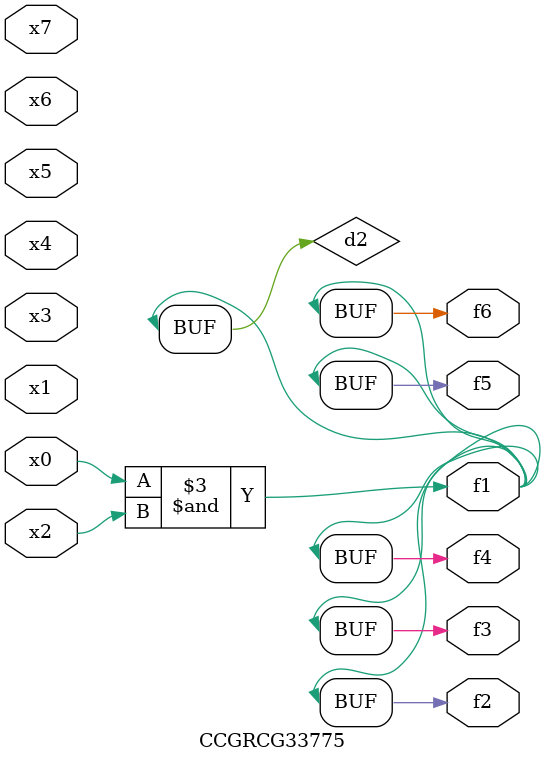
<source format=v>
module CCGRCG33775(
	input x0, x1, x2, x3, x4, x5, x6, x7,
	output f1, f2, f3, f4, f5, f6
);

	wire d1, d2;

	nor (d1, x3, x6);
	and (d2, x0, x2);
	assign f1 = d2;
	assign f2 = d2;
	assign f3 = d2;
	assign f4 = d2;
	assign f5 = d2;
	assign f6 = d2;
endmodule

</source>
